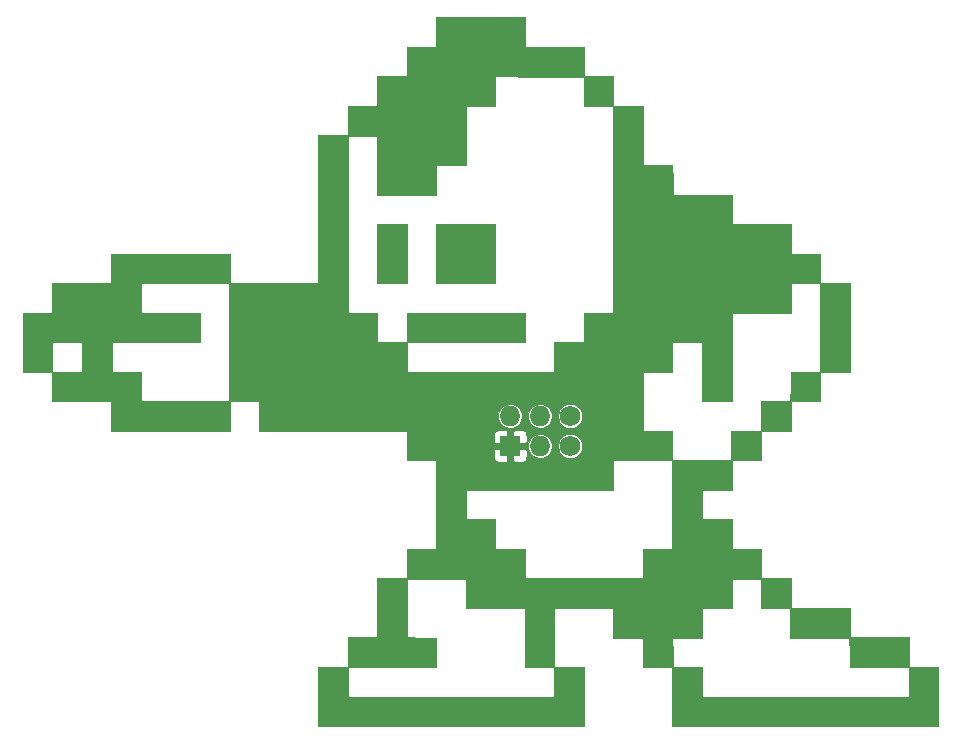
<source format=gbr>
G04 #@! TF.GenerationSoftware,KiCad,Pcbnew,5.1.2*
G04 #@! TF.CreationDate,2019-07-07T07:42:55-07:00*
G04 #@! TF.ProjectId,MegaMan_SAO,4d656761-4d61-46e5-9f53-414f2e6b6963,rev?*
G04 #@! TF.SameCoordinates,Original*
G04 #@! TF.FileFunction,Copper,L1,Top*
G04 #@! TF.FilePolarity,Positive*
%FSLAX46Y46*%
G04 Gerber Fmt 4.6, Leading zero omitted, Abs format (unit mm)*
G04 Created by KiCad (PCBNEW 5.1.2) date 2019-07-07 07:42:55*
%MOMM*%
%LPD*%
G04 APERTURE LIST*
%ADD10C,0.010000*%
%ADD11C,1.727200*%
%ADD12O,1.727200X1.727200*%
%ADD13R,1.727200X1.727200*%
%ADD14R,1.800000X1.800000*%
%ADD15C,1.800000*%
%ADD16C,0.254000*%
%ADD17C,0.025400*%
G04 APERTURE END LIST*
D10*
G36*
X101270000Y-92507000D02*
G01*
X96253500Y-92507000D01*
X96253500Y-87511667D01*
X101270000Y-87511667D01*
X101270000Y-92507000D01*
X101270000Y-92507000D01*
G37*
X101270000Y-92507000D02*
X96253500Y-92507000D01*
X96253500Y-87511667D01*
X101270000Y-87511667D01*
X101270000Y-92507000D01*
G36*
X93755833Y-92507000D02*
G01*
X91258166Y-92507000D01*
X91258166Y-87511667D01*
X93755833Y-87511667D01*
X93755833Y-92507000D01*
X93755833Y-92507000D01*
G37*
X93755833Y-92507000D02*
X91258166Y-92507000D01*
X91258166Y-87511667D01*
X93755833Y-87511667D01*
X93755833Y-92507000D01*
G36*
X103767666Y-72504500D02*
G01*
X108763000Y-72504500D01*
X108763000Y-75002167D01*
X111260666Y-75002167D01*
X111260666Y-77499834D01*
X113758333Y-77499834D01*
X113758333Y-82495167D01*
X116255664Y-82495167D01*
X116261123Y-83749292D01*
X116266583Y-85003417D01*
X118769541Y-85008795D01*
X121272500Y-85014174D01*
X121272500Y-87511667D01*
X126267833Y-87511667D01*
X126267833Y-90009334D01*
X128765500Y-90009334D01*
X128765500Y-92507000D01*
X131263166Y-92507000D01*
X131263166Y-100021167D01*
X128765500Y-100021167D01*
X128765500Y-102518834D01*
X126267833Y-102518834D01*
X126267833Y-105016500D01*
X123770166Y-105016500D01*
X123770166Y-107514167D01*
X121272500Y-107514167D01*
X121272500Y-110011834D01*
X118753666Y-110011834D01*
X118753666Y-112509500D01*
X121272500Y-112509500D01*
X121272500Y-115007167D01*
X123770166Y-115007167D01*
X123770166Y-117504834D01*
X126267833Y-117504834D01*
X126267833Y-120002500D01*
X131263166Y-120002500D01*
X131263166Y-122500167D01*
X136258500Y-122500167D01*
X136258500Y-125019000D01*
X138756166Y-125019000D01*
X138756166Y-130014334D01*
X116256000Y-130014334D01*
X116256000Y-125019000D01*
X113758333Y-125019000D01*
X113758333Y-122521334D01*
X116255661Y-122521334D01*
X116261122Y-123764875D01*
X116266583Y-125008417D01*
X117510125Y-125013878D01*
X118753666Y-125019339D01*
X118753666Y-126253892D01*
X118753902Y-126478643D01*
X118754580Y-126690682D01*
X118755658Y-126886239D01*
X118757093Y-127061548D01*
X118758843Y-127212842D01*
X118760865Y-127336352D01*
X118763117Y-127428313D01*
X118765557Y-127484956D01*
X118767777Y-127502556D01*
X118789697Y-127503534D01*
X118852553Y-127504495D01*
X118954947Y-127505437D01*
X119095481Y-127506356D01*
X119272757Y-127507251D01*
X119485378Y-127508120D01*
X119731946Y-127508960D01*
X120011064Y-127509769D01*
X120321333Y-127510544D01*
X120661356Y-127511285D01*
X121029735Y-127511987D01*
X121425073Y-127512650D01*
X121845971Y-127513270D01*
X122291033Y-127513846D01*
X122758859Y-127514375D01*
X123248054Y-127514855D01*
X123757218Y-127515284D01*
X124284955Y-127515659D01*
X124829866Y-127515979D01*
X125390554Y-127516240D01*
X125965621Y-127516442D01*
X126553669Y-127516580D01*
X127153301Y-127516654D01*
X127520194Y-127516667D01*
X136258500Y-127516667D01*
X136258500Y-125019174D01*
X133755541Y-125013795D01*
X131252583Y-125008417D01*
X131247122Y-123764875D01*
X131241661Y-122521334D01*
X126246666Y-122521334D01*
X126246666Y-120023667D01*
X123749000Y-120023667D01*
X123749000Y-117526000D01*
X121272838Y-117526000D01*
X121261916Y-120013084D01*
X120007791Y-120018543D01*
X118753666Y-120024003D01*
X118753666Y-122521334D01*
X116255661Y-122521334D01*
X113758333Y-122521334D01*
X111260666Y-122521334D01*
X111260666Y-120023667D01*
X106265333Y-120023667D01*
X106265333Y-125019000D01*
X108763000Y-125019000D01*
X108763000Y-130014334D01*
X86262833Y-130014334D01*
X86262833Y-125019117D01*
X88760500Y-125019117D01*
X88760500Y-127516667D01*
X106244166Y-127516667D01*
X106244166Y-125019339D01*
X105000625Y-125013878D01*
X103757083Y-125008417D01*
X103746325Y-120023667D01*
X98751166Y-120023667D01*
X98751166Y-117526000D01*
X93755833Y-117526000D01*
X93755833Y-122499831D01*
X95009958Y-122505291D01*
X96264083Y-122510750D01*
X96264083Y-125008417D01*
X92512291Y-125013767D01*
X88760500Y-125019117D01*
X86262833Y-125019117D01*
X86262833Y-125019000D01*
X88760500Y-125019000D01*
X88760500Y-122500167D01*
X91258166Y-122500167D01*
X91258166Y-117504834D01*
X93755833Y-117504834D01*
X93755833Y-115007167D01*
X96253500Y-115007167D01*
X96253500Y-110011834D01*
X98772333Y-110011834D01*
X98772333Y-112509500D01*
X101270000Y-112509500D01*
X101270000Y-115007167D01*
X103767666Y-115007167D01*
X103767666Y-117504834D01*
X113758333Y-117504834D01*
X113758333Y-115007167D01*
X116256000Y-115007167D01*
X116256000Y-107514167D01*
X111260666Y-107514167D01*
X111260666Y-110011834D01*
X98772333Y-110011834D01*
X96253500Y-110011834D01*
X96253500Y-107514167D01*
X93755833Y-107514167D01*
X93755833Y-105016500D01*
X81267500Y-105016500D01*
X81267500Y-102540000D01*
X100762000Y-102540000D01*
X100762000Y-108106834D01*
X109313333Y-108106834D01*
X109313333Y-102540000D01*
X100762000Y-102540000D01*
X81267500Y-102540000D01*
X81267500Y-102518834D01*
X78769833Y-102518834D01*
X78769833Y-105016500D01*
X68758000Y-105016500D01*
X68758000Y-102518834D01*
X63762666Y-102518834D01*
X63762666Y-100021167D01*
X61265000Y-100021167D01*
X61265000Y-97523500D01*
X63762666Y-97523500D01*
X63762666Y-100000000D01*
X66260333Y-100000000D01*
X66260333Y-97523617D01*
X68779166Y-97523617D01*
X68779166Y-99999662D01*
X71266250Y-100010584D01*
X71271710Y-101254125D01*
X71277171Y-102497667D01*
X78748666Y-102497667D01*
X78748666Y-100021167D01*
X113758159Y-100021167D01*
X113763537Y-102513542D01*
X113768916Y-105005917D01*
X116256000Y-105016839D01*
X116256000Y-107514167D01*
X121251333Y-107514167D01*
X121251333Y-105016500D01*
X123748664Y-105016500D01*
X123754123Y-103762375D01*
X123759583Y-102508250D01*
X125002955Y-102502789D01*
X126246328Y-102497329D01*
X126251789Y-101253956D01*
X126257250Y-100010584D01*
X127500791Y-100005123D01*
X128744333Y-99999662D01*
X128744333Y-92507000D01*
X126267833Y-92507000D01*
X126267833Y-95004667D01*
X121272616Y-95004667D01*
X121267266Y-98756459D01*
X121261916Y-102508250D01*
X120007791Y-102513710D01*
X118753666Y-102519169D01*
X118753666Y-97523500D01*
X116256000Y-97523500D01*
X116256000Y-100021167D01*
X113758159Y-100021167D01*
X78748666Y-100021167D01*
X78748666Y-92507000D01*
X71276833Y-92507000D01*
X71276833Y-95004667D01*
X76272502Y-95004667D01*
X76267042Y-96258792D01*
X76261583Y-97512917D01*
X72520375Y-97518267D01*
X68779166Y-97523617D01*
X66260333Y-97523617D01*
X66260333Y-97523500D01*
X63762666Y-97523500D01*
X61265000Y-97523500D01*
X61265000Y-95004667D01*
X63762666Y-95004667D01*
X63762666Y-92507000D01*
X68758000Y-92507000D01*
X68758000Y-90009334D01*
X78769833Y-90009334D01*
X78769833Y-92507000D01*
X86262833Y-92507000D01*
X86262833Y-80018667D01*
X88760500Y-80018667D01*
X88760500Y-95004667D01*
X91258166Y-95004667D01*
X91258166Y-97502334D01*
X93755833Y-97502334D01*
X93755833Y-95004667D01*
X103768002Y-95004667D01*
X103762542Y-96258792D01*
X103757083Y-97512917D01*
X98756458Y-97518253D01*
X93755833Y-97523588D01*
X93755833Y-100000000D01*
X106243828Y-100000000D01*
X106249289Y-98756459D01*
X106254750Y-97512917D01*
X107508875Y-97507457D01*
X108763000Y-97501998D01*
X108763000Y-95004667D01*
X111260666Y-95004667D01*
X111260666Y-77521000D01*
X108763335Y-77521000D01*
X108757876Y-76266875D01*
X108752416Y-75012750D01*
X105011376Y-75007400D01*
X101270335Y-75002050D01*
X101264876Y-76256233D01*
X101259416Y-77510417D01*
X100015875Y-77515878D01*
X98772333Y-77521339D01*
X98772333Y-82516334D01*
X96275005Y-82516334D01*
X96269544Y-83759875D01*
X96264083Y-85003417D01*
X93761125Y-85008795D01*
X91258166Y-85014174D01*
X91258166Y-80018667D01*
X88760500Y-80018667D01*
X86262833Y-80018667D01*
X86262833Y-79997500D01*
X88760500Y-79997500D01*
X88760500Y-77499834D01*
X91258166Y-77499834D01*
X91258166Y-75002167D01*
X93755833Y-75002167D01*
X93755833Y-72504500D01*
X96253500Y-72504500D01*
X96253500Y-70006834D01*
X103767666Y-70006834D01*
X103767666Y-72504500D01*
X103767666Y-72504500D01*
G37*
X103767666Y-72504500D02*
X108763000Y-72504500D01*
X108763000Y-75002167D01*
X111260666Y-75002167D01*
X111260666Y-77499834D01*
X113758333Y-77499834D01*
X113758333Y-82495167D01*
X116255664Y-82495167D01*
X116261123Y-83749292D01*
X116266583Y-85003417D01*
X118769541Y-85008795D01*
X121272500Y-85014174D01*
X121272500Y-87511667D01*
X126267833Y-87511667D01*
X126267833Y-90009334D01*
X128765500Y-90009334D01*
X128765500Y-92507000D01*
X131263166Y-92507000D01*
X131263166Y-100021167D01*
X128765500Y-100021167D01*
X128765500Y-102518834D01*
X126267833Y-102518834D01*
X126267833Y-105016500D01*
X123770166Y-105016500D01*
X123770166Y-107514167D01*
X121272500Y-107514167D01*
X121272500Y-110011834D01*
X118753666Y-110011834D01*
X118753666Y-112509500D01*
X121272500Y-112509500D01*
X121272500Y-115007167D01*
X123770166Y-115007167D01*
X123770166Y-117504834D01*
X126267833Y-117504834D01*
X126267833Y-120002500D01*
X131263166Y-120002500D01*
X131263166Y-122500167D01*
X136258500Y-122500167D01*
X136258500Y-125019000D01*
X138756166Y-125019000D01*
X138756166Y-130014334D01*
X116256000Y-130014334D01*
X116256000Y-125019000D01*
X113758333Y-125019000D01*
X113758333Y-122521334D01*
X116255661Y-122521334D01*
X116261122Y-123764875D01*
X116266583Y-125008417D01*
X117510125Y-125013878D01*
X118753666Y-125019339D01*
X118753666Y-126253892D01*
X118753902Y-126478643D01*
X118754580Y-126690682D01*
X118755658Y-126886239D01*
X118757093Y-127061548D01*
X118758843Y-127212842D01*
X118760865Y-127336352D01*
X118763117Y-127428313D01*
X118765557Y-127484956D01*
X118767777Y-127502556D01*
X118789697Y-127503534D01*
X118852553Y-127504495D01*
X118954947Y-127505437D01*
X119095481Y-127506356D01*
X119272757Y-127507251D01*
X119485378Y-127508120D01*
X119731946Y-127508960D01*
X120011064Y-127509769D01*
X120321333Y-127510544D01*
X120661356Y-127511285D01*
X121029735Y-127511987D01*
X121425073Y-127512650D01*
X121845971Y-127513270D01*
X122291033Y-127513846D01*
X122758859Y-127514375D01*
X123248054Y-127514855D01*
X123757218Y-127515284D01*
X124284955Y-127515659D01*
X124829866Y-127515979D01*
X125390554Y-127516240D01*
X125965621Y-127516442D01*
X126553669Y-127516580D01*
X127153301Y-127516654D01*
X127520194Y-127516667D01*
X136258500Y-127516667D01*
X136258500Y-125019174D01*
X133755541Y-125013795D01*
X131252583Y-125008417D01*
X131247122Y-123764875D01*
X131241661Y-122521334D01*
X126246666Y-122521334D01*
X126246666Y-120023667D01*
X123749000Y-120023667D01*
X123749000Y-117526000D01*
X121272838Y-117526000D01*
X121261916Y-120013084D01*
X120007791Y-120018543D01*
X118753666Y-120024003D01*
X118753666Y-122521334D01*
X116255661Y-122521334D01*
X113758333Y-122521334D01*
X111260666Y-122521334D01*
X111260666Y-120023667D01*
X106265333Y-120023667D01*
X106265333Y-125019000D01*
X108763000Y-125019000D01*
X108763000Y-130014334D01*
X86262833Y-130014334D01*
X86262833Y-125019117D01*
X88760500Y-125019117D01*
X88760500Y-127516667D01*
X106244166Y-127516667D01*
X106244166Y-125019339D01*
X105000625Y-125013878D01*
X103757083Y-125008417D01*
X103746325Y-120023667D01*
X98751166Y-120023667D01*
X98751166Y-117526000D01*
X93755833Y-117526000D01*
X93755833Y-122499831D01*
X95009958Y-122505291D01*
X96264083Y-122510750D01*
X96264083Y-125008417D01*
X92512291Y-125013767D01*
X88760500Y-125019117D01*
X86262833Y-125019117D01*
X86262833Y-125019000D01*
X88760500Y-125019000D01*
X88760500Y-122500167D01*
X91258166Y-122500167D01*
X91258166Y-117504834D01*
X93755833Y-117504834D01*
X93755833Y-115007167D01*
X96253500Y-115007167D01*
X96253500Y-110011834D01*
X98772333Y-110011834D01*
X98772333Y-112509500D01*
X101270000Y-112509500D01*
X101270000Y-115007167D01*
X103767666Y-115007167D01*
X103767666Y-117504834D01*
X113758333Y-117504834D01*
X113758333Y-115007167D01*
X116256000Y-115007167D01*
X116256000Y-107514167D01*
X111260666Y-107514167D01*
X111260666Y-110011834D01*
X98772333Y-110011834D01*
X96253500Y-110011834D01*
X96253500Y-107514167D01*
X93755833Y-107514167D01*
X93755833Y-105016500D01*
X81267500Y-105016500D01*
X81267500Y-102540000D01*
X100762000Y-102540000D01*
X100762000Y-108106834D01*
X109313333Y-108106834D01*
X109313333Y-102540000D01*
X100762000Y-102540000D01*
X81267500Y-102540000D01*
X81267500Y-102518834D01*
X78769833Y-102518834D01*
X78769833Y-105016500D01*
X68758000Y-105016500D01*
X68758000Y-102518834D01*
X63762666Y-102518834D01*
X63762666Y-100021167D01*
X61265000Y-100021167D01*
X61265000Y-97523500D01*
X63762666Y-97523500D01*
X63762666Y-100000000D01*
X66260333Y-100000000D01*
X66260333Y-97523617D01*
X68779166Y-97523617D01*
X68779166Y-99999662D01*
X71266250Y-100010584D01*
X71271710Y-101254125D01*
X71277171Y-102497667D01*
X78748666Y-102497667D01*
X78748666Y-100021167D01*
X113758159Y-100021167D01*
X113763537Y-102513542D01*
X113768916Y-105005917D01*
X116256000Y-105016839D01*
X116256000Y-107514167D01*
X121251333Y-107514167D01*
X121251333Y-105016500D01*
X123748664Y-105016500D01*
X123754123Y-103762375D01*
X123759583Y-102508250D01*
X125002955Y-102502789D01*
X126246328Y-102497329D01*
X126251789Y-101253956D01*
X126257250Y-100010584D01*
X127500791Y-100005123D01*
X128744333Y-99999662D01*
X128744333Y-92507000D01*
X126267833Y-92507000D01*
X126267833Y-95004667D01*
X121272616Y-95004667D01*
X121267266Y-98756459D01*
X121261916Y-102508250D01*
X120007791Y-102513710D01*
X118753666Y-102519169D01*
X118753666Y-97523500D01*
X116256000Y-97523500D01*
X116256000Y-100021167D01*
X113758159Y-100021167D01*
X78748666Y-100021167D01*
X78748666Y-92507000D01*
X71276833Y-92507000D01*
X71276833Y-95004667D01*
X76272502Y-95004667D01*
X76267042Y-96258792D01*
X76261583Y-97512917D01*
X72520375Y-97518267D01*
X68779166Y-97523617D01*
X66260333Y-97523617D01*
X66260333Y-97523500D01*
X63762666Y-97523500D01*
X61265000Y-97523500D01*
X61265000Y-95004667D01*
X63762666Y-95004667D01*
X63762666Y-92507000D01*
X68758000Y-92507000D01*
X68758000Y-90009334D01*
X78769833Y-90009334D01*
X78769833Y-92507000D01*
X86262833Y-92507000D01*
X86262833Y-80018667D01*
X88760500Y-80018667D01*
X88760500Y-95004667D01*
X91258166Y-95004667D01*
X91258166Y-97502334D01*
X93755833Y-97502334D01*
X93755833Y-95004667D01*
X103768002Y-95004667D01*
X103762542Y-96258792D01*
X103757083Y-97512917D01*
X98756458Y-97518253D01*
X93755833Y-97523588D01*
X93755833Y-100000000D01*
X106243828Y-100000000D01*
X106249289Y-98756459D01*
X106254750Y-97512917D01*
X107508875Y-97507457D01*
X108763000Y-97501998D01*
X108763000Y-95004667D01*
X111260666Y-95004667D01*
X111260666Y-77521000D01*
X108763335Y-77521000D01*
X108757876Y-76266875D01*
X108752416Y-75012750D01*
X105011376Y-75007400D01*
X101270335Y-75002050D01*
X101264876Y-76256233D01*
X101259416Y-77510417D01*
X100015875Y-77515878D01*
X98772333Y-77521339D01*
X98772333Y-82516334D01*
X96275005Y-82516334D01*
X96269544Y-83759875D01*
X96264083Y-85003417D01*
X93761125Y-85008795D01*
X91258166Y-85014174D01*
X91258166Y-80018667D01*
X88760500Y-80018667D01*
X86262833Y-80018667D01*
X86262833Y-79997500D01*
X88760500Y-79997500D01*
X88760500Y-77499834D01*
X91258166Y-77499834D01*
X91258166Y-75002167D01*
X93755833Y-75002167D01*
X93755833Y-72504500D01*
X96253500Y-72504500D01*
X96253500Y-70006834D01*
X103767666Y-70006834D01*
X103767666Y-72504500D01*
D11*
X107600000Y-103750000D03*
X107600000Y-106290000D03*
D12*
X105060000Y-103750000D03*
X105060000Y-106290000D03*
X102520000Y-103750000D03*
D13*
X102520000Y-106290000D03*
D14*
X67500000Y-98750000D03*
D15*
X67500000Y-96210000D03*
D16*
X93000000Y-98000000D02*
X89500000Y-98000000D01*
D17*
G36*
X109274829Y-108087300D02*
G01*
X100775229Y-108087300D01*
X100777331Y-107153600D01*
X101133181Y-107153600D01*
X101143235Y-107255675D01*
X101173009Y-107353827D01*
X101221359Y-107444285D01*
X101286428Y-107523572D01*
X101365715Y-107588641D01*
X101456173Y-107636991D01*
X101554325Y-107666765D01*
X101656400Y-107676819D01*
X102148525Y-107674300D01*
X102278700Y-107544125D01*
X102278700Y-106531300D01*
X102761300Y-106531300D01*
X102761300Y-107544125D01*
X102891475Y-107674300D01*
X103383600Y-107676819D01*
X103485675Y-107666765D01*
X103583827Y-107636991D01*
X103674285Y-107588641D01*
X103753572Y-107523572D01*
X103818641Y-107444285D01*
X103866991Y-107353827D01*
X103896765Y-107255675D01*
X103906819Y-107153600D01*
X103904300Y-106661475D01*
X103774125Y-106531300D01*
X102761300Y-106531300D01*
X102278700Y-106531300D01*
X101265875Y-106531300D01*
X101135700Y-106661475D01*
X101133181Y-107153600D01*
X100777331Y-107153600D01*
X100779276Y-106290000D01*
X104026323Y-106290000D01*
X104046185Y-106491660D01*
X104105007Y-106685571D01*
X104200529Y-106864280D01*
X104329080Y-107020920D01*
X104485720Y-107149471D01*
X104664429Y-107244993D01*
X104858340Y-107303815D01*
X105009468Y-107318700D01*
X105110532Y-107318700D01*
X105261660Y-107303815D01*
X105455571Y-107244993D01*
X105634280Y-107149471D01*
X105790920Y-107020920D01*
X105919471Y-106864280D01*
X106014993Y-106685571D01*
X106073815Y-106491660D01*
X106093677Y-106290000D01*
X106083698Y-106188682D01*
X106571300Y-106188682D01*
X106571300Y-106391318D01*
X106610833Y-106590061D01*
X106688378Y-106777272D01*
X106800957Y-106945758D01*
X106944242Y-107089043D01*
X107112728Y-107201622D01*
X107299939Y-107279167D01*
X107498682Y-107318700D01*
X107701318Y-107318700D01*
X107900061Y-107279167D01*
X108087272Y-107201622D01*
X108255758Y-107089043D01*
X108399043Y-106945758D01*
X108511622Y-106777272D01*
X108589167Y-106590061D01*
X108628700Y-106391318D01*
X108628700Y-106188682D01*
X108589167Y-105989939D01*
X108511622Y-105802728D01*
X108399043Y-105634242D01*
X108255758Y-105490957D01*
X108087272Y-105378378D01*
X107900061Y-105300833D01*
X107701318Y-105261300D01*
X107498682Y-105261300D01*
X107299939Y-105300833D01*
X107112728Y-105378378D01*
X106944242Y-105490957D01*
X106800957Y-105634242D01*
X106688378Y-105802728D01*
X106610833Y-105989939D01*
X106571300Y-106188682D01*
X106083698Y-106188682D01*
X106073815Y-106088340D01*
X106014993Y-105894429D01*
X105919471Y-105715720D01*
X105790920Y-105559080D01*
X105634280Y-105430529D01*
X105455571Y-105335007D01*
X105261660Y-105276185D01*
X105110532Y-105261300D01*
X105009468Y-105261300D01*
X104858340Y-105276185D01*
X104664429Y-105335007D01*
X104485720Y-105430529D01*
X104329080Y-105559080D01*
X104200529Y-105715720D01*
X104105007Y-105894429D01*
X104046185Y-106088340D01*
X104026323Y-106290000D01*
X100779276Y-106290000D01*
X100781221Y-105426400D01*
X101133181Y-105426400D01*
X101135700Y-105918525D01*
X101265875Y-106048700D01*
X102278700Y-106048700D01*
X102278700Y-105035875D01*
X102761300Y-105035875D01*
X102761300Y-106048700D01*
X103774125Y-106048700D01*
X103904300Y-105918525D01*
X103906819Y-105426400D01*
X103896765Y-105324325D01*
X103866991Y-105226173D01*
X103818641Y-105135715D01*
X103753572Y-105056428D01*
X103674285Y-104991359D01*
X103583827Y-104943009D01*
X103485675Y-104913235D01*
X103383600Y-104903181D01*
X102891475Y-104905700D01*
X102761300Y-105035875D01*
X102278700Y-105035875D01*
X102148525Y-104905700D01*
X101656400Y-104903181D01*
X101554325Y-104913235D01*
X101456173Y-104943009D01*
X101365715Y-104991359D01*
X101286428Y-105056428D01*
X101221359Y-105135715D01*
X101173009Y-105226173D01*
X101143235Y-105324325D01*
X101133181Y-105426400D01*
X100781221Y-105426400D01*
X100784996Y-103750000D01*
X101486323Y-103750000D01*
X101506185Y-103951660D01*
X101565007Y-104145571D01*
X101660529Y-104324280D01*
X101789080Y-104480920D01*
X101945720Y-104609471D01*
X102124429Y-104704993D01*
X102318340Y-104763815D01*
X102469468Y-104778700D01*
X102570532Y-104778700D01*
X102721660Y-104763815D01*
X102915571Y-104704993D01*
X103094280Y-104609471D01*
X103250920Y-104480920D01*
X103379471Y-104324280D01*
X103474993Y-104145571D01*
X103533815Y-103951660D01*
X103553677Y-103750000D01*
X104026323Y-103750000D01*
X104046185Y-103951660D01*
X104105007Y-104145571D01*
X104200529Y-104324280D01*
X104329080Y-104480920D01*
X104485720Y-104609471D01*
X104664429Y-104704993D01*
X104858340Y-104763815D01*
X105009468Y-104778700D01*
X105110532Y-104778700D01*
X105261660Y-104763815D01*
X105455571Y-104704993D01*
X105634280Y-104609471D01*
X105790920Y-104480920D01*
X105919471Y-104324280D01*
X106014993Y-104145571D01*
X106073815Y-103951660D01*
X106093677Y-103750000D01*
X106083698Y-103648682D01*
X106571300Y-103648682D01*
X106571300Y-103851318D01*
X106610833Y-104050061D01*
X106688378Y-104237272D01*
X106800957Y-104405758D01*
X106944242Y-104549043D01*
X107112728Y-104661622D01*
X107299939Y-104739167D01*
X107498682Y-104778700D01*
X107701318Y-104778700D01*
X107900061Y-104739167D01*
X108087272Y-104661622D01*
X108255758Y-104549043D01*
X108399043Y-104405758D01*
X108511622Y-104237272D01*
X108589167Y-104050061D01*
X108628700Y-103851318D01*
X108628700Y-103648682D01*
X108589167Y-103449939D01*
X108511622Y-103262728D01*
X108399043Y-103094242D01*
X108255758Y-102950957D01*
X108087272Y-102838378D01*
X107900061Y-102760833D01*
X107701318Y-102721300D01*
X107498682Y-102721300D01*
X107299939Y-102760833D01*
X107112728Y-102838378D01*
X106944242Y-102950957D01*
X106800957Y-103094242D01*
X106688378Y-103262728D01*
X106610833Y-103449939D01*
X106571300Y-103648682D01*
X106083698Y-103648682D01*
X106073815Y-103548340D01*
X106014993Y-103354429D01*
X105919471Y-103175720D01*
X105790920Y-103019080D01*
X105634280Y-102890529D01*
X105455571Y-102795007D01*
X105261660Y-102736185D01*
X105110532Y-102721300D01*
X105009468Y-102721300D01*
X104858340Y-102736185D01*
X104664429Y-102795007D01*
X104485720Y-102890529D01*
X104329080Y-103019080D01*
X104200529Y-103175720D01*
X104105007Y-103354429D01*
X104046185Y-103548340D01*
X104026323Y-103750000D01*
X103553677Y-103750000D01*
X103533815Y-103548340D01*
X103474993Y-103354429D01*
X103379471Y-103175720D01*
X103250920Y-103019080D01*
X103094280Y-102890529D01*
X102915571Y-102795007D01*
X102721660Y-102736185D01*
X102570532Y-102721300D01*
X102469468Y-102721300D01*
X102318340Y-102736185D01*
X102124429Y-102795007D01*
X101945720Y-102890529D01*
X101789080Y-103019080D01*
X101660529Y-103175720D01*
X101565007Y-103354429D01*
X101506185Y-103548340D01*
X101486323Y-103750000D01*
X100784996Y-103750000D01*
X100787671Y-102562700D01*
X109287271Y-102562700D01*
X109274829Y-108087300D01*
X109274829Y-108087300D01*
G37*
X109274829Y-108087300D02*
X100775229Y-108087300D01*
X100777331Y-107153600D01*
X101133181Y-107153600D01*
X101143235Y-107255675D01*
X101173009Y-107353827D01*
X101221359Y-107444285D01*
X101286428Y-107523572D01*
X101365715Y-107588641D01*
X101456173Y-107636991D01*
X101554325Y-107666765D01*
X101656400Y-107676819D01*
X102148525Y-107674300D01*
X102278700Y-107544125D01*
X102278700Y-106531300D01*
X102761300Y-106531300D01*
X102761300Y-107544125D01*
X102891475Y-107674300D01*
X103383600Y-107676819D01*
X103485675Y-107666765D01*
X103583827Y-107636991D01*
X103674285Y-107588641D01*
X103753572Y-107523572D01*
X103818641Y-107444285D01*
X103866991Y-107353827D01*
X103896765Y-107255675D01*
X103906819Y-107153600D01*
X103904300Y-106661475D01*
X103774125Y-106531300D01*
X102761300Y-106531300D01*
X102278700Y-106531300D01*
X101265875Y-106531300D01*
X101135700Y-106661475D01*
X101133181Y-107153600D01*
X100777331Y-107153600D01*
X100779276Y-106290000D01*
X104026323Y-106290000D01*
X104046185Y-106491660D01*
X104105007Y-106685571D01*
X104200529Y-106864280D01*
X104329080Y-107020920D01*
X104485720Y-107149471D01*
X104664429Y-107244993D01*
X104858340Y-107303815D01*
X105009468Y-107318700D01*
X105110532Y-107318700D01*
X105261660Y-107303815D01*
X105455571Y-107244993D01*
X105634280Y-107149471D01*
X105790920Y-107020920D01*
X105919471Y-106864280D01*
X106014993Y-106685571D01*
X106073815Y-106491660D01*
X106093677Y-106290000D01*
X106083698Y-106188682D01*
X106571300Y-106188682D01*
X106571300Y-106391318D01*
X106610833Y-106590061D01*
X106688378Y-106777272D01*
X106800957Y-106945758D01*
X106944242Y-107089043D01*
X107112728Y-107201622D01*
X107299939Y-107279167D01*
X107498682Y-107318700D01*
X107701318Y-107318700D01*
X107900061Y-107279167D01*
X108087272Y-107201622D01*
X108255758Y-107089043D01*
X108399043Y-106945758D01*
X108511622Y-106777272D01*
X108589167Y-106590061D01*
X108628700Y-106391318D01*
X108628700Y-106188682D01*
X108589167Y-105989939D01*
X108511622Y-105802728D01*
X108399043Y-105634242D01*
X108255758Y-105490957D01*
X108087272Y-105378378D01*
X107900061Y-105300833D01*
X107701318Y-105261300D01*
X107498682Y-105261300D01*
X107299939Y-105300833D01*
X107112728Y-105378378D01*
X106944242Y-105490957D01*
X106800957Y-105634242D01*
X106688378Y-105802728D01*
X106610833Y-105989939D01*
X106571300Y-106188682D01*
X106083698Y-106188682D01*
X106073815Y-106088340D01*
X106014993Y-105894429D01*
X105919471Y-105715720D01*
X105790920Y-105559080D01*
X105634280Y-105430529D01*
X105455571Y-105335007D01*
X105261660Y-105276185D01*
X105110532Y-105261300D01*
X105009468Y-105261300D01*
X104858340Y-105276185D01*
X104664429Y-105335007D01*
X104485720Y-105430529D01*
X104329080Y-105559080D01*
X104200529Y-105715720D01*
X104105007Y-105894429D01*
X104046185Y-106088340D01*
X104026323Y-106290000D01*
X100779276Y-106290000D01*
X100781221Y-105426400D01*
X101133181Y-105426400D01*
X101135700Y-105918525D01*
X101265875Y-106048700D01*
X102278700Y-106048700D01*
X102278700Y-105035875D01*
X102761300Y-105035875D01*
X102761300Y-106048700D01*
X103774125Y-106048700D01*
X103904300Y-105918525D01*
X103906819Y-105426400D01*
X103896765Y-105324325D01*
X103866991Y-105226173D01*
X103818641Y-105135715D01*
X103753572Y-105056428D01*
X103674285Y-104991359D01*
X103583827Y-104943009D01*
X103485675Y-104913235D01*
X103383600Y-104903181D01*
X102891475Y-104905700D01*
X102761300Y-105035875D01*
X102278700Y-105035875D01*
X102148525Y-104905700D01*
X101656400Y-104903181D01*
X101554325Y-104913235D01*
X101456173Y-104943009D01*
X101365715Y-104991359D01*
X101286428Y-105056428D01*
X101221359Y-105135715D01*
X101173009Y-105226173D01*
X101143235Y-105324325D01*
X101133181Y-105426400D01*
X100781221Y-105426400D01*
X100784996Y-103750000D01*
X101486323Y-103750000D01*
X101506185Y-103951660D01*
X101565007Y-104145571D01*
X101660529Y-104324280D01*
X101789080Y-104480920D01*
X101945720Y-104609471D01*
X102124429Y-104704993D01*
X102318340Y-104763815D01*
X102469468Y-104778700D01*
X102570532Y-104778700D01*
X102721660Y-104763815D01*
X102915571Y-104704993D01*
X103094280Y-104609471D01*
X103250920Y-104480920D01*
X103379471Y-104324280D01*
X103474993Y-104145571D01*
X103533815Y-103951660D01*
X103553677Y-103750000D01*
X104026323Y-103750000D01*
X104046185Y-103951660D01*
X104105007Y-104145571D01*
X104200529Y-104324280D01*
X104329080Y-104480920D01*
X104485720Y-104609471D01*
X104664429Y-104704993D01*
X104858340Y-104763815D01*
X105009468Y-104778700D01*
X105110532Y-104778700D01*
X105261660Y-104763815D01*
X105455571Y-104704993D01*
X105634280Y-104609471D01*
X105790920Y-104480920D01*
X105919471Y-104324280D01*
X106014993Y-104145571D01*
X106073815Y-103951660D01*
X106093677Y-103750000D01*
X106083698Y-103648682D01*
X106571300Y-103648682D01*
X106571300Y-103851318D01*
X106610833Y-104050061D01*
X106688378Y-104237272D01*
X106800957Y-104405758D01*
X106944242Y-104549043D01*
X107112728Y-104661622D01*
X107299939Y-104739167D01*
X107498682Y-104778700D01*
X107701318Y-104778700D01*
X107900061Y-104739167D01*
X108087272Y-104661622D01*
X108255758Y-104549043D01*
X108399043Y-104405758D01*
X108511622Y-104237272D01*
X108589167Y-104050061D01*
X108628700Y-103851318D01*
X108628700Y-103648682D01*
X108589167Y-103449939D01*
X108511622Y-103262728D01*
X108399043Y-103094242D01*
X108255758Y-102950957D01*
X108087272Y-102838378D01*
X107900061Y-102760833D01*
X107701318Y-102721300D01*
X107498682Y-102721300D01*
X107299939Y-102760833D01*
X107112728Y-102838378D01*
X106944242Y-102950957D01*
X106800957Y-103094242D01*
X106688378Y-103262728D01*
X106610833Y-103449939D01*
X106571300Y-103648682D01*
X106083698Y-103648682D01*
X106073815Y-103548340D01*
X106014993Y-103354429D01*
X105919471Y-103175720D01*
X105790920Y-103019080D01*
X105634280Y-102890529D01*
X105455571Y-102795007D01*
X105261660Y-102736185D01*
X105110532Y-102721300D01*
X105009468Y-102721300D01*
X104858340Y-102736185D01*
X104664429Y-102795007D01*
X104485720Y-102890529D01*
X104329080Y-103019080D01*
X104200529Y-103175720D01*
X104105007Y-103354429D01*
X104046185Y-103548340D01*
X104026323Y-103750000D01*
X103553677Y-103750000D01*
X103533815Y-103548340D01*
X103474993Y-103354429D01*
X103379471Y-103175720D01*
X103250920Y-103019080D01*
X103094280Y-102890529D01*
X102915571Y-102795007D01*
X102721660Y-102736185D01*
X102570532Y-102721300D01*
X102469468Y-102721300D01*
X102318340Y-102736185D01*
X102124429Y-102795007D01*
X101945720Y-102890529D01*
X101789080Y-103019080D01*
X101660529Y-103175720D01*
X101565007Y-103354429D01*
X101506185Y-103548340D01*
X101486323Y-103750000D01*
X100784996Y-103750000D01*
X100787671Y-102562700D01*
X109287271Y-102562700D01*
X109274829Y-108087300D01*
M02*

</source>
